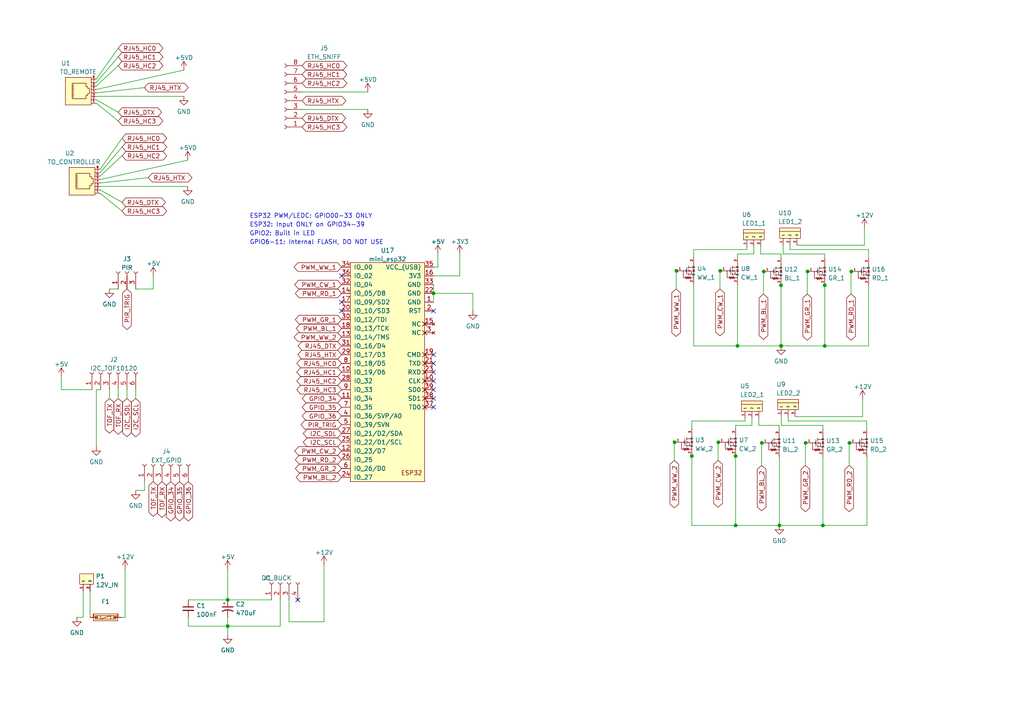
<source format=kicad_sch>
(kicad_sch (version 20211123) (generator eeschema)
  (paper "A4")
  (lib_symbols
    (symbol "Connector:Conn_01x03_Female" (pin_names (offset 1.016) hide)
      (property "Reference" "J" (at 0 5.08 0))
      (property "Value" "Conn_01x03_Female" (at 0 -5.08 0))
      (symbol "Conn_01x03_Female_1_1"
        (pin passive line (at -5.08 2.54 0) (length 3.81) (name "Pin_1") (number "1"))
        (pin passive line (at -5.08 0 0) (length 3.81) (name "Pin_2") (number "2"))
        (pin passive line (at -5.08 -2.54 0) (length 3.81) (name "Pin_3") (number "3"))
      )
    )
    (symbol "Connector:Conn_01x04_Female" (pin_names (offset 1.016) hide)
      (property "Reference" "J1" (at 1.27 3.649 90))
      (property "Value" "DC_BUCK" (at 1.27 1.1121 90))
      (symbol "Conn_01x04_Female_1_1"
        (pin power_out line (at -5.08 2.54 0) (length 3.81) (name "Pin_1") (number "1"))
        (pin passive line (at -5.08 0 0) (length 3.81) (name "Pin_2") (number "2"))
        (pin power_in line (at -5.08 -2.54 0) (length 3.81) (name "Pin_3") (number "3"))
        (pin no_connect line (at -5.08 -5.08 0) (length 3.81) (name "Pin_4") (number "4"))
      )
    )
    (symbol "Connector:Conn_01x06_Female" (pin_names (offset 1.016) hide)
      (property "Reference" "J" (at 0 7.62 0))
      (property "Value" "Conn_01x06_Female" (at 0 -10.16 0))
      (symbol "Conn_01x06_Female_1_1"
        (pin passive line (at -5.08 5.08 0) (length 3.81) (name "Pin_1") (number "1"))
        (pin passive line (at -5.08 2.54 0) (length 3.81) (name "Pin_2") (number "2"))
        (pin passive line (at -5.08 0 0) (length 3.81) (name "Pin_3") (number "3"))
        (pin passive line (at -5.08 -2.54 0) (length 3.81) (name "Pin_4") (number "4"))
        (pin passive line (at -5.08 -5.08 0) (length 3.81) (name "Pin_5") (number "5"))
        (pin passive line (at -5.08 -7.62 0) (length 3.81) (name "Pin_6") (number "6"))
      )
    )
    (symbol "Connector:Conn_01x08_Female" (pin_names (offset 1.016) hide)
      (property "Reference" "J" (at 0 10.16 0))
      (property "Value" "Conn_01x08_Female" (at 0 -12.7 0))
      (symbol "Conn_01x08_Female_1_1"
        (pin passive line (at -5.08 7.62 0) (length 3.81) (name "Pin_1") (number "1"))
        (pin passive line (at -5.08 5.08 0) (length 3.81) (name "Pin_2") (number "2"))
        (pin passive line (at -5.08 2.54 0) (length 3.81) (name "Pin_3") (number "3"))
        (pin passive line (at -5.08 0 0) (length 3.81) (name "Pin_4") (number "4"))
        (pin passive line (at -5.08 -2.54 0) (length 3.81) (name "Pin_5") (number "5"))
        (pin passive line (at -5.08 -5.08 0) (length 3.81) (name "Pin_6") (number "6"))
        (pin passive line (at -5.08 -7.62 0) (length 3.81) (name "Pin_7") (number "7"))
        (pin passive line (at -5.08 -10.16 0) (length 3.81) (name "Pin_8") (number "8"))
      )
    )
    (symbol "DMN1019USN-7_1"
      (property "Reference" "U" (at 0 1.27 0))
      (property "Value" "DMN1019USN-7_1" (at 0 -2.54 0))
      (property "Footprint" "LCSC.fets:DMN1019USN-7" (at 0 -10.16 0))
      (symbol "DMN1019USN-7_1_0_0"
        (pin unspecified line (at -7.5 -5 0) (length 2) (name "G") (number "1"))
        (pin unspecified line (at -2.5 -9 90) (length 2) (name "S") (number "2"))
        (pin unspecified line (at -2.5 -1 270) (length 2) (name "D") (number "3"))
      )
    )
    (symbol "DMN1019USN-7_2"
      (property "Reference" "U" (at 0 1.27 0))
      (property "Value" "DMN1019USN-7_2" (at 0 -2.54 0))
      (property "Footprint" "LCSC.fets:DMN1019USN-7" (at 0 -10.16 0))
      (symbol "DMN1019USN-7_2_0_0"
        (pin unspecified line (at -7.5 -5 0) (length 2) (name "G") (number "1"))
        (pin unspecified line (at -2.5 -9 90) (length 2) (name "S") (number "2"))
        (pin unspecified line (at -2.5 -1 270) (length 2) (name "D") (number "3"))
      )
    )
    (symbol "DMN1019USN-7_3"
      (property "Reference" "U" (at 0 1.27 0))
      (property "Value" "DMN1019USN-7_3" (at 0 -2.54 0))
      (property "Footprint" "LCSC.fets:DMN1019USN-7" (at 0 -10.16 0))
      (symbol "DMN1019USN-7_3_0_0"
        (pin unspecified line (at -7.5 -5 0) (length 2) (name "G") (number "1"))
        (pin unspecified line (at -2.5 -9 90) (length 2) (name "S") (number "2"))
        (pin unspecified line (at -2.5 -1 270) (length 2) (name "D") (number "3"))
      )
    )
    (symbol "DMN1019USN-7_4"
      (property "Reference" "U" (at 0 1.27 0))
      (property "Value" "DMN1019USN-7_4" (at 0 -2.54 0))
      (property "Footprint" "LCSC.fets:DMN1019USN-7" (at 0 -10.16 0))
      (symbol "DMN1019USN-7_4_0_0"
        (pin unspecified line (at -7.5 -5 0) (length 2) (name "G") (number "1"))
        (pin unspecified line (at -2.5 -9 90) (length 2) (name "S") (number "2"))
        (pin unspecified line (at -2.5 -1 270) (length 2) (name "D") (number "3"))
      )
    )
    (symbol "DMN1019USN-7_5"
      (property "Reference" "U" (at 0 1.27 0))
      (property "Value" "DMN1019USN-7_5" (at 0 -2.54 0))
      (property "Footprint" "LCSC.fets:DMN1019USN-7" (at 0 -10.16 0))
      (symbol "DMN1019USN-7_5_0_0"
        (pin unspecified line (at -7.5 -5 0) (length 2) (name "G") (number "1"))
        (pin unspecified line (at -2.5 -9 90) (length 2) (name "S") (number "2"))
        (pin unspecified line (at -2.5 -1 270) (length 2) (name "D") (number "3"))
      )
    )
    (symbol "DMN1019USN-7_6"
      (property "Reference" "U" (at 0 1.27 0))
      (property "Value" "DMN1019USN-7_6" (at 0 -2.54 0))
      (property "Footprint" "LCSC.fets:DMN1019USN-7" (at 0 -10.16 0))
      (symbol "DMN1019USN-7_6_0_0"
        (pin unspecified line (at -7.5 -5 0) (length 2) (name "G") (number "1"))
        (pin unspecified line (at -2.5 -9 90) (length 2) (name "S") (number "2"))
        (pin unspecified line (at -2.5 -1 270) (length 2) (name "D") (number "3"))
      )
    )
    (symbol "DMN1019USN-7_9"
      (property "Reference" "U" (at 0 1.27 0))
      (property "Value" "DMN1019USN-7_9" (at 0 -2.54 0))
      (property "Footprint" "LCSC.fets:DMN1019USN-7" (at 0 -10.16 0))
      (symbol "DMN1019USN-7_9_0_0"
        (pin unspecified line (at -7.5 -5 0) (length 2) (name "G") (number "1"))
        (pin unspecified line (at -2.5 -9 90) (length 2) (name "S") (number "2"))
        (pin unspecified line (at -2.5 -1 270) (length 2) (name "D") (number "3"))
      )
    )
    (symbol "Device:C_Polarized_Small_US" (pin_numbers hide) (pin_names (offset 0.254) hide)
      (property "Reference" "C" (at 0.254 1.778 0))
      (property "Value" "C_Polarized_Small_US" (at 0.254 -2.032 0))
      (symbol "C_Polarized_Small_US_1_1"
        (pin passive line (at 0 2.54 270) (length 2.032) (name "~") (number "1"))
        (pin passive line (at 0 -2.54 90) (length 2.032) (name "~") (number "2"))
      )
    )
    (symbol "Device:C_Small" (pin_numbers hide) (pin_names (offset 0.254) hide)
      (property "Reference" "C" (at 0.254 1.778 0))
      (property "Value" "C_Small" (at 0.254 -2.032 0))
      (symbol "C_Small_1_1"
        (pin passive line (at 0 2.54 270) (length 2.032) (name "~") (number "1"))
        (pin passive line (at 0 -2.54 90) (length 2.032) (name "~") (number "2"))
      )
    )
    (symbol "ESP32_mini:mini_esp32" (pin_names (offset 1.016))
      (property "Reference" "U" (at -7.62 -50.8 0))
      (property "Value" "mini_esp32" (at 5.08 -59.69 0))
      (symbol "mini_esp32_0_0"
        (text "ESP32" (at 7.62 -62.23 0) (effects (font (size 1.27 1.27))))
        (pin power_in line (at 13.97 -12.7 180) (length 2.54) (name "GND") (number "1"))
        (pin input line (at 13.97 -15.24 180) (length 2.54) (name "RST") (number "2"))
        (pin no_connect non_logic (at 13.97 -21.59 180) (length 2.54) (name "NC") (number "3"))
        (pin bidirectional line (at -12.7 -45.72 0) (length 2.54) (name "IO_36/SVP/A0") (number "4"))
        (pin bidirectional line (at -12.7 -48.26 0) (length 2.54) (name "IO_39/SVN") (number "5"))
      )
      (symbol "mini_esp32_1_1"
        (pin bidirectional line (at -12.7 -33.02 0) (length 2.54) (name "IO_19/D6") (number "10"))
        (pin bidirectional line (at -12.7 -40.64 0) (length 2.54) (name "IO_34") (number "11"))
        (pin bidirectional line (at -12.7 -55.88 0) (length 2.54) (name "IO_23/D7") (number "12"))
        (pin bidirectional line (at -12.7 -22.86 0) (length 2.54) (name "IO_14/TMS") (number "13"))
        (pin bidirectional line (at -12.7 -10.16 0) (length 2.54) (name "IO_05/D8") (number "14"))
        (pin no_connect non_logic (at 13.97 -19.05 180) (length 2.54) (name "NC") (number "15"))
        (pin power_in line (at 13.97 -5.08 180) (length 2.54) (name "3V3") (number "16"))
        (pin bidirectional line (at -12.7 -12.7 0) (length 2.54) (name "IO_09/SD2") (number "17"))
        (pin bidirectional line (at -12.7 -20.32 0) (length 2.54) (name "IO_13/TCK") (number "18"))
        (pin passive non_logic (at 13.97 -27.94 180) (length 2.54) (name "CMD") (number "19"))
        (pin bidirectional line (at -12.7 -15.24 0) (length 2.54) (name "IO_10/SD3") (number "20"))
        (pin passive non_logic (at 13.97 -30.48 180) (length 2.54) (name "TXD") (number "21"))
        (pin power_in line (at 13.97 -10.16 180) (length 2.54) (name "GND") (number "22"))
        (pin passive non_logic (at 13.97 -33.02 180) (length 2.54) (name "RXD") (number "23"))
        (pin bidirectional line (at -12.7 -63.5 0) (length 2.54) (name "IO_27") (number "24"))
        (pin bidirectional line (at -12.7 -53.34 0) (length 2.54) (name "IO_22/D1/SCL") (number "25"))
        (pin bidirectional line (at -12.7 -58.42 0) (length 2.54) (name "IO_25") (number "26"))
        (pin bidirectional line (at -12.7 -50.8 0) (length 2.54) (name "IO_21/D2/SDA") (number "27"))
        (pin bidirectional line (at -12.7 -35.56 0) (length 2.54) (name "IO_32") (number "28"))
        (pin bidirectional line (at -12.7 -27.94 0) (length 2.54) (name "IO_17/D3") (number "29"))
        (pin bidirectional line (at -12.7 -17.78 0) (length 2.54) (name "IO_12/TDI") (number "30"))
        (pin bidirectional line (at -12.7 -25.4 0) (length 2.54) (name "IO_16/D4") (number "31"))
        (pin bidirectional line (at -12.7 -7.62 0) (length 2.54) (name "IO_04") (number "32"))
        (pin power_in line (at 13.97 -7.62 180) (length 2.54) (name "GND") (number "33"))
        (pin bidirectional line (at -12.7 -2.54 0) (length 2.54) (name "IO_00") (number "34"))
        (pin power_in line (at 13.97 -2.54 180) (length 2.54) (name "VCC_(USB)") (number "35"))
        (pin bidirectional line (at -12.7 -5.08 0) (length 2.54) (name "IO_02") (number "36"))
        (pin passive non_logic (at 13.97 -43.18 180) (length 2.54) (name "TD0") (number "37"))
        (pin passive non_logic (at 13.97 -40.64 180) (length 2.54) (name "SD1") (number "38"))
        (pin passive non_logic (at 13.97 -38.1 180) (length 2.54) (name "SD0") (number "39"))
        (pin passive non_logic (at 13.97 -35.56 180) (length 2.54) (name "CLK") (number "40"))
        (pin bidirectional line (at -12.7 -60.96 0) (length 2.54) (name "IO_26/D0") (number "6"))
        (pin bidirectional line (at -12.7 -43.18 0) (length 2.54) (name "IO_35") (number "7"))
        (pin bidirectional line (at -12.7 -30.48 0) (length 2.54) (name "IO_18/D5") (number "8"))
        (pin bidirectional line (at -12.7 -38.1 0) (length 2.54) (name "IO_33") (number "9"))
      )
    )
    (symbol "LCSC.connectors:MSTBA2_5_3-G-5_08"
      (property "Reference" "U" (at 0 1.27 0))
      (property "Value" "MSTBA2_5_3-G-5_08" (at 0 -2.54 0))
      (symbol "MSTBA2_5_3-G-5_08_0_0"
        (pin unspecified line (at -3 -4 0) (length 2) (name "1") (number "1"))
        (pin unspecified line (at -3 -6 0) (length 2) (name "2") (number "2"))
        (pin unspecified line (at -3 -8 0) (length 2) (name "3") (number "3"))
      )
    )
    (symbol "LCSC.connectors:R-RJ45R08P-A004" (pin_names hide)
      (property "Reference" "U" (at 0 1.27 0))
      (property "Value" "R-RJ45R08P-A004" (at 0 -2.54 0))
      (symbol "R-RJ45R08P-A004_0_0"
        (pin unspecified line (at -4 -10 90) (length 1.5) (name "1") (number "1"))
        (pin unspecified line (at -3 -10 90) (length 1.5) (name "2") (number "2"))
        (pin unspecified line (at -2 -10 90) (length 1.5) (name "3") (number "3"))
        (pin unspecified line (at -1 -10 90) (length 1.5) (name "4") (number "4"))
        (pin unspecified line (at 0 -10 90) (length 1.5) (name "5") (number "5"))
        (pin unspecified line (at 1 -10 90) (length 1.5) (name "6") (number "6"))
        (pin unspecified line (at 2 -10 90) (length 1.5) (name "7") (number "7"))
        (pin unspecified line (at 3 -10 90) (length 1.5) (name "8") (number "8"))
      )
    )
    (symbol "LCSC.connectors:WJ129V-5_00-2P"
      (property "Reference" "P" (at 0 1.27 0))
      (property "Value" "WJ129V-5_00-2P" (at 0 -2.54 0))
      (symbol "WJ129V-5_00-2P_0_0"
        (pin unspecified line (at -44 22 90) (length 2) (name "1") (number "1"))
        (pin unspecified line (at -42 22 90) (length 2) (name "2") (number "2"))
      )
    )
    (symbol "LCSC.fets:DMN1019USN-7"
      (property "Reference" "U" (at 0 1.27 0))
      (property "Value" "DMN1019USN-7" (at 0 -2.54 0))
      (property "Footprint" "LCSC.fets:DMN1019USN-7" (at 0 -10.16 0))
      (symbol "DMN1019USN-7_0_0"
        (pin unspecified line (at -7.5 -5 0) (length 2) (name "G") (number "1"))
        (pin unspecified line (at -2.5 -9 90) (length 2) (name "S") (number "2"))
        (pin unspecified line (at -2.5 -1 270) (length 2) (name "D") (number "3"))
      )
    )
    (symbol "LCSC.fuses:5x20_BLX-Atype_Fuse_holder_XC-7" (pin_names hide)
      (property "Reference" "F" (at 0 1.27 0))
      (property "Value" "5x20_BLX-Atype_Fuse_holder_XC-7" (at 0 -2.54 0))
      (symbol "5x20_BLX-Atype_Fuse_holder_XC-7_0_0"
        (pin unspecified line (at -3.36 -6.75 0) (length 2) (name "1") (number "1"))
        (pin unspecified line (at 5.64 -6.75 180) (length 2) (name "2") (number "2"))
      )
    )
    (symbol "power:+12V" (power) (pin_names (offset 0))
      (property "Value" "+12V" (at 0 3.556 0))
      (symbol "+12V_1_1"
        (pin power_in line (at 0 0 90) (length 0) hide (name "+12V") (number "1"))
      )
    )
    (symbol "power:+3V3" (power) (pin_names (offset 0))
      (property "Value" "+3V3" (at 0 3.556 0))
      (symbol "+3V3_1_1"
        (pin power_in line (at 0 0 90) (length 0) hide (name "+3V3") (number "1"))
      )
    )
    (symbol "power:+5V" (power) (pin_names (offset 0))
      (property "Value" "+5V" (at 0 3.556 0))
      (symbol "+5V_1_1"
        (pin power_in line (at 0 0 90) (length 0) hide (name "+5V") (number "1"))
      )
    )
    (symbol "power:+5VD" (power) (pin_names (offset 0))
      (property "Value" "+5VD" (at 0 3.556 0))
      (symbol "+5VD_1_1"
        (pin power_in line (at 0 0 90) (length 0) hide (name "+5VD") (number "1"))
      )
    )
    (symbol "power:GND" (power) (pin_names (offset 0))
      (property "Value" "GND" (at 0 -3.81 0))
      (symbol "GND_1_1"
        (pin power_in line (at 0 0 270) (length 0) hide (name "GND") (number "1"))
      )
    )
  )
  (junction (at 195.66 128.27))
  (junction (at 213.9 100.33))
  (junction (at 226.06 152.4))
  (junction (at 239.22 82.74))
  (junction (at 66.04 181.61))
  (junction (at 208.9 78.55))
  (junction (at 220.98 128.46))
  (junction (at 213.36 152.4))
  (junction (at 226.5603 100.33))
  (junction (at 213.36 132.27))
  (junction (at 246.92 78.74))
  (junction (at 208.36 128.27))
  (junction (at 66.04 173.99))
  (junction (at 234.22 78.74))
  (junction (at 238.68 152.4))
  (junction (at 200.66 132.27))
  (junction (at 226.52 82.74))
  (junction (at 226.52 100.33))
  (junction (at 239.22 100.33))
  (junction (at 233.68 128.46))
  (junction (at 221.52 78.74))
  (junction (at 125.73 85.09))
  (junction (at 246.38 128.46))
  (junction (at 196.2 78.55))
  (no_connect (at 99.06 87.63))
  (no_connect (at 99.06 90.17))
  (no_connect (at 86.36 173.99))
  (no_connect (at 125.73 110.49))
  (no_connect (at 125.73 113.03))
  (no_connect (at 125.73 115.57))
  (no_connect (at 125.73 118.11))
  (no_connect (at 125.73 90.17))
  (no_connect (at 125.73 102.87))
  (no_connect (at 125.73 105.41))
  (no_connect (at 125.73 107.95))
  (no_connect (at 99.06 80.01))
  (wire (pts (xy 41.91 25.4) (xy 27.94 26.94)))
  (wire (pts (xy 66.04 184.15) (xy 66.04 181.61)))
  (wire (pts (xy 226.06 132.08) (xy 226.06 152.4)))
  (wire (pts (xy 35.3802 61.2103) (xy 29.05 56.07)))
  (wire (pts (xy 213.36 124.27) (xy 213.36 123.38)))
  (wire (pts (xy 220.63 73.6506) (xy 226.52 73.6506)))
  (wire (pts (xy 208.28 128.27) (xy 208.36 128.27)))
  (wire (pts (xy 246.84 78.74) (xy 246.92 78.74)))
  (wire (pts (xy 125.73 85.09) (xy 137.16 85.09)))
  (wire (pts (xy 93.98 163.83) (xy 93.98 180.34)))
  (wire (pts (xy 22.32 179.07) (xy 24.13 179.07)))
  (wire (pts (xy 137.16 85.09) (xy 137.16 90.17)))
  (wire (pts (xy 24.13 179.07) (xy 24.13 171.45)))
  (wire (pts (xy 234.14 78.74) (xy 234.22 78.74)))
  (wire (pts (xy 66.04 173.99) (xy 78.74 173.99)))
  (wire (pts (xy 36.83 115.57) (xy 36.83 113.03)))
  (wire (pts (xy 208.28 133.54) (xy 208.28 128.27)))
  (wire (pts (xy 218.63 73.66) (xy 218.63 71.58)))
  (wire (pts (xy 54.61 181.61) (xy 66.04 181.61)))
  (wire (pts (xy 251.92 82.74) (xy 251.92 100.33)))
  (wire (pts (xy 83.82 180.34) (xy 93.98 180.34)))
  (wire (pts (xy 251.92 72.39) (xy 251.92 74.74)))
  (wire (pts (xy 200.66 152.4) (xy 213.36 152.4)))
  (wire (pts (xy 221.44 85.28) (xy 221.44 78.74)))
  (wire (pts (xy 27.94 129.54) (xy 27.94 113.03)))
  (wire (pts (xy 201.2 100.33) (xy 213.9 100.33)))
  (wire (pts (xy 227.14 71.12) (xy 227.14 73.66)))
  (wire (pts (xy 234.14 85.28) (xy 234.14 78.74)))
  (wire (pts (xy 246.3 128.46) (xy 246.38 128.46)))
  (wire (pts (xy 66.04 179.07) (xy 66.04 181.61)))
  (wire (pts (xy 226.6 123.38) (xy 238.68 123.38)))
  (wire (pts (xy 213.36 123.38) (xy 218.09 123.38)))
  (wire (pts (xy 35.4 40.1) (xy 29.05 49.07)))
  (wire (pts (xy 39.37 115.57) (xy 39.37 113.03)))
  (wire (pts (xy 26.13 171.45) (xy 26.13 179.07)))
  (wire (pts (xy 226.6 120.84) (xy 226.6 123.38)))
  (wire (pts (xy 53.34 20.32) (xy 27.94 25.94)))
  (wire (pts (xy 54.45 46.45) (xy 29.05 52.07)))
  (wire (pts (xy 239.22 73.66) (xy 239.22 74.74)))
  (wire (pts (xy 201.2 72.39) (xy 216.63 72.39)))
  (wire (pts (xy 35.4 45.18) (xy 29.05 51.07)))
  (wire (pts (xy 36.29 165.1) (xy 36.29 179.07)))
  (wire (pts (xy 125.73 80.01) (xy 133.35 80.01)))
  (wire (pts (xy 34.2702 32.5403) (xy 27.94 28.94)))
  (wire (pts (xy 54.61 179.07) (xy 54.61 181.61)))
  (wire (pts (xy 246.3 135) (xy 246.3 128.46)))
  (wire (pts (xy 213.36 152.4) (xy 226.06 152.4)))
  (wire (pts (xy 216.09 121.3) (xy 216.09 122.11)))
  (wire (pts (xy 54.61 173.99) (xy 66.04 173.99)))
  (wire (pts (xy 228.6 120.84) (xy 228.6 122.11)))
  (wire (pts (xy 29.05 54.07) (xy 54.45 54.07)))
  (wire (pts (xy 238.68 123.38) (xy 238.68 124.46)))
  (wire (pts (xy 221.44 78.74) (xy 221.52 78.74)))
  (wire (pts (xy 239.22 82.55) (xy 239.22 82.74)))
  (wire (pts (xy 208.82 83.82) (xy 208.82 78.55)))
  (wire (pts (xy 231.14 71.12) (xy 250.73 71.12)))
  (wire (pts (xy 213.9 73.66) (xy 218.63 73.66)))
  (wire (pts (xy 220.63 71.58) (xy 220.63 73.6506)))
  (wire (pts (xy 229.14 71.12) (xy 229.14 72.39)))
  (wire (pts (xy 239.22 82.74) (xy 239.22 100.33)))
  (wire (pts (xy 125.73 85.09) (xy 125.73 87.63)))
  (wire (pts (xy 17.78 109.22) (xy 17.78 113.03)))
  (wire (pts (xy 44.45 83.82) (xy 39.37 83.82)))
  (wire (pts (xy 35.13 179.07) (xy 36.29 179.07)))
  (wire (pts (xy 225.98 123.3706) (xy 225.98 124.46)))
  (wire (pts (xy 251.46 132.08) (xy 251.46 152.4)))
  (wire (pts (xy 226.52 100.33) (xy 226.5603 100.33)))
  (wire (pts (xy 250.19 120.84) (xy 250.19 115.76)))
  (wire (pts (xy 200.66 124.27) (xy 200.66 122.11)))
  (wire (pts (xy 220.09 123.3706) (xy 225.98 123.3706)))
  (wire (pts (xy 226.52 73.6506) (xy 226.52 74.74)))
  (wire (pts (xy 87.63 31.75) (xy 106.68 31.75)))
  (wire (pts (xy 228.6 122.11) (xy 251.38 122.11)))
  (wire (pts (xy 226.52 82.74) (xy 226.52 100.33)))
  (wire (pts (xy 34.29 19.05) (xy 27.94 24.94)))
  (wire (pts (xy 233.6 135) (xy 233.6 128.46)))
  (wire (pts (xy 125.73 77.47) (xy 127 77.47)))
  (wire (pts (xy 44.45 80.01) (xy 44.45 83.82)))
  (wire (pts (xy 226.52 82.55) (xy 226.52 82.74)))
  (wire (pts (xy 216.63 71.58) (xy 216.63 72.39)))
  (wire (pts (xy 220.9 128.46) (xy 220.98 128.46)))
  (wire (pts (xy 195.58 133.54) (xy 195.58 128.27)))
  (wire (pts (xy 39.37 142.24) (xy 41.91 142.24)))
  (wire (pts (xy 195.58 128.27) (xy 195.66 128.27)))
  (wire (pts (xy 133.35 80.01) (xy 133.35 73.66)))
  (wire (pts (xy 226.5603 100.33) (xy 239.22 100.33)))
  (wire (pts (xy 83.82 173.99) (xy 83.82 180.34)))
  (wire (pts (xy 227.14 73.66) (xy 239.22 73.66)))
  (wire (pts (xy 220.9 135) (xy 220.9 128.46)))
  (wire (pts (xy 200.66 132.08) (xy 200.66 132.27)))
  (wire (pts (xy 34.29 16.51) (xy 27.94 23.94)))
  (wire (pts (xy 66.04 165.1) (xy 66.04 173.99)))
  (wire (pts (xy 196.12 78.55) (xy 196.2 78.55)))
  (wire (pts (xy 200.66 132.27) (xy 200.66 152.4)))
  (wire (pts (xy 35.4 42.64) (xy 29.05 50.07)))
  (wire (pts (xy 226.06 152.4) (xy 238.68 152.4)))
  (wire (pts (xy 213.36 132.27) (xy 213.36 152.4)))
  (wire (pts (xy 43.02 51.53) (xy 29.05 53.07)))
  (wire (pts (xy 233.6 128.46) (xy 233.68 128.46)))
  (wire (pts (xy 251.92 100.33) (xy 239.22 100.33)))
  (wire (pts (xy 213.9 82.55) (xy 213.9 100.33)))
  (wire (pts (xy 238.68 152.4) (xy 251.46 152.4)))
  (wire (pts (xy 213.9 74.55) (xy 213.9 73.66)))
  (wire (pts (xy 27.94 27.94) (xy 53.34 27.94)))
  (wire (pts (xy 27.94 113.03) (xy 29.21 113.03)))
  (wire (pts (xy 81.28 173.99) (xy 81.28 181.61)))
  (wire (pts (xy 201.2 74.55) (xy 201.2 72.39)))
  (wire (pts (xy 34.2702 35.0803) (xy 27.94 29.94)))
  (wire (pts (xy 31.75 115.57) (xy 31.75 113.03)))
  (wire (pts (xy 41.91 142.24) (xy 41.91 139.7)))
  (wire (pts (xy 246.84 85.28) (xy 246.84 78.74)))
  (wire (pts (xy 213.36 132.08) (xy 213.36 132.27)))
  (wire (pts (xy 208.82 78.55) (xy 208.9 78.55)))
  (wire (pts (xy 17.78 113.03) (xy 26.67 113.03)))
  (wire (pts (xy 87.63 26.67) (xy 106.68 26.67)))
  (wire (pts (xy 251.38 122.11) (xy 251.38 124.46)))
  (wire (pts (xy 35.3802 58.6703) (xy 29.05 55.07)))
  (wire (pts (xy 229.14 72.39) (xy 251.92 72.39)))
  (wire (pts (xy 31.75 83.82) (xy 34.29 83.82)))
  (wire (pts (xy 218.09 123.38) (xy 218.09 121.3)))
  (wire (pts (xy 34.29 13.97) (xy 27.94 22.94)))
  (wire (pts (xy 230.6 120.84) (xy 250.19 120.84)))
  (wire (pts (xy 196.12 83.82) (xy 196.12 78.55)))
  (wire (pts (xy 200.66 122.11) (xy 216.09 122.11)))
  (wire (pts (xy 127 77.47) (xy 127 73.66)))
  (wire (pts (xy 34.29 115.57) (xy 34.29 113.03)))
  (wire (pts (xy 81.28 181.61) (xy 66.04 181.61)))
  (wire (pts (xy 238.68 132.46) (xy 238.68 152.4)))
  (wire (pts (xy 250.73 71.12) (xy 250.73 66.04)))
  (wire (pts (xy 220.09 121.3) (xy 220.09 123.3706)))
  (wire (pts (xy 213.9 100.33) (xy 226.52 100.33)))
  (wire (pts (xy 125.73 82.55) (xy 125.73 85.09)))
  (wire (pts (xy 201.2 82.55) (xy 201.2 100.33)))
  (text "ESP32 PWM/LEDC: GPIO00-33 ONLY " (at 72.39 63.5 0) (effects (font (size 1.27 1.27)) (justify left bottom)))
  (text "ESP32: Input ONLY on GPIO34-39" (at 72.39 66.04 0) (effects (font (size 1.27 1.27)) (justify left bottom)))
  (text "GPIO2: Built in LED" (at 72.39 68.58 0) (effects (font (size 1.27 1.27)) (justify left bottom)))
  (text "GPIO6-11: Internal FLASH, DO NOT USE" (at 72.39 71.12 0) (effects (font (size 1.27 1.27)) (justify left bottom)))
  (global_label "RJ45_DTX" (shape bidirectional) (at 87.63 34.29 0) (property "Intersheet References" "${INTERSHEET_REFS}" (effects hide)))
  (global_label "RJ45_HC0" (shape bidirectional) (at 99.06 105.41 180) (property "Intersheet References" "${INTERSHEET_REFS}" (effects hide)))
  (global_label "PIR_TRIG" (shape bidirectional) (at 36.83 83.82 270) (property "Intersheet References" "${INTERSHEET_REFS}" (effects hide)))
  (global_label "RJ45_HTX" (shape bidirectional) (at 99.06 102.87 180) (property "Intersheet References" "${INTERSHEET_REFS}" (effects hide)))
  (global_label "I2C_SCL" (shape bidirectional) (at 99.06 128.27 180) (property "Intersheet References" "${INTERSHEET_REFS}" (effects hide)))
  (global_label "GPIO_36" (shape bidirectional) (at 99.06 120.65 180) (property "Intersheet References" "${INTERSHEET_REFS}" (effects hide)))
  (global_label "PWM_WW_2" (shape bidirectional) (at 195.58 133.54 270) (property "Intersheet References" "${INTERSHEET_REFS}" (effects hide)))
  (global_label "RJ45_HC2" (shape bidirectional) (at 87.63 24.13 0) (property "Intersheet References" "${INTERSHEET_REFS}" (effects hide)))
  (global_label "RJ45_DTX" (shape bidirectional) (at 99.06 100.33 180) (property "Intersheet References" "${INTERSHEET_REFS}" (effects hide)))
  (global_label "RJ45_HC1" (shape bidirectional) (at 34.29 16.51 0) (property "Intersheet References" "${INTERSHEET_REFS}" (effects hide)))
  (global_label "RJ45_HTX" (shape bidirectional) (at 43.02 51.53 0) (property "Intersheet References" "${INTERSHEET_REFS}" (effects hide)))
  (global_label "RJ45_DTX" (shape bidirectional) (at 34.2702 32.5403 0) (property "Intersheet References" "${INTERSHEET_REFS}" (effects hide)))
  (global_label "RJ45_HC1" (shape bidirectional) (at 99.06 107.95 180) (property "Intersheet References" "${INTERSHEET_REFS}" (effects hide)))
  (global_label "PWM_CW_2" (shape bidirectional) (at 99.06 130.81 180) (property "Intersheet References" "${INTERSHEET_REFS}" (effects hide)))
  (global_label "RJ45_HTX" (shape bidirectional) (at 41.91 25.4 0) (property "Intersheet References" "${INTERSHEET_REFS}" (effects hide)))
  (global_label "RJ45_DTX" (shape bidirectional) (at 35.3802 58.6703 0) (property "Intersheet References" "${INTERSHEET_REFS}" (effects hide)))
  (global_label "RJ45_HC1" (shape bidirectional) (at 87.63 21.59 0) (property "Intersheet References" "${INTERSHEET_REFS}" (effects hide)))
  (global_label "TOF_TX" (shape bidirectional) (at 44.45 139.7 270) (property "Intersheet References" "${INTERSHEET_REFS}" (effects hide)))
  (global_label "PWM_CW_1" (shape bidirectional) (at 208.82 83.82 270) (property "Intersheet References" "${INTERSHEET_REFS}" (effects hide)))
  (global_label "PWM_WW_1" (shape bidirectional) (at 99.06 77.47 180) (property "Intersheet References" "${INTERSHEET_REFS}" (effects hide)))
  (global_label "PWM_GR_2" (shape bidirectional) (at 233.6 135 270) (property "Intersheet References" "${INTERSHEET_REFS}" (effects hide)))
  (global_label "PWM_WW_1" (shape bidirectional) (at 196.12 83.82 270) (property "Intersheet References" "${INTERSHEET_REFS}" (effects hide)))
  (global_label "RJ45_HC2" (shape bidirectional) (at 35.4 45.18 0) (property "Intersheet References" "${INTERSHEET_REFS}" (effects hide)))
  (global_label "TOF_RX" (shape bidirectional) (at 34.29 115.57 270) (property "Intersheet References" "${INTERSHEET_REFS}" (effects hide)))
  (global_label "PWM_GR_1" (shape bidirectional) (at 234.14 85.28 270) (property "Intersheet References" "${INTERSHEET_REFS}" (effects hide)))
  (global_label "I2C_SDL" (shape bidirectional) (at 36.83 115.57 270) (property "Intersheet References" "${INTERSHEET_REFS}" (effects hide)))
  (global_label "GPIO_35" (shape bidirectional) (at 52.07 139.7 270) (property "Intersheet References" "${INTERSHEET_REFS}" (effects hide)))
  (global_label "PWM_BL_1" (shape bidirectional) (at 221.44 85.28 270) (property "Intersheet References" "${INTERSHEET_REFS}" (effects hide)))
  (global_label "PWM_BL_1" (shape bidirectional) (at 99.06 95.25 180) (property "Intersheet References" "${INTERSHEET_REFS}" (effects hide)))
  (global_label "I2C_SCL" (shape bidirectional) (at 39.37 115.57 270) (property "Intersheet References" "${INTERSHEET_REFS}" (effects hide)))
  (global_label "GPIO_35" (shape bidirectional) (at 99.06 118.11 180) (property "Intersheet References" "${INTERSHEET_REFS}" (effects hide)))
  (global_label "PWM_RD_1" (shape bidirectional) (at 246.84 85.28 270) (property "Intersheet References" "${INTERSHEET_REFS}" (effects hide)))
  (global_label "PWM_GR_2" (shape bidirectional) (at 99.06 135.89 180) (property "Intersheet References" "${INTERSHEET_REFS}" (effects hide)))
  (global_label "RJ45_HC3" (shape bidirectional) (at 87.63 36.83 0) (property "Intersheet References" "${INTERSHEET_REFS}" (effects hide)))
  (global_label "TOF_TX" (shape bidirectional) (at 31.75 115.57 270) (property "Intersheet References" "${INTERSHEET_REFS}" (effects hide)))
  (global_label "PWM_WW_2" (shape bidirectional) (at 99.06 97.79 180) (property "Intersheet References" "${INTERSHEET_REFS}" (effects hide)))
  (global_label "PWM_RD_1" (shape bidirectional) (at 99.06 85.09 180) (property "Intersheet References" "${INTERSHEET_REFS}" (effects hide)))
  (global_label "RJ45_HC1" (shape bidirectional) (at 35.4 42.64 0) (property "Intersheet References" "${INTERSHEET_REFS}" (effects hide)))
  (global_label "PWM_RD_2" (shape bidirectional) (at 246.3 135 270) (property "Intersheet References" "${INTERSHEET_REFS}" (effects hide)))
  (global_label "RJ45_HC0" (shape bidirectional) (at 35.4 40.1 0) (property "Intersheet References" "${INTERSHEET_REFS}" (effects hide)))
  (global_label "RJ45_HC2" (shape bidirectional) (at 34.29 19.05 0) (property "Intersheet References" "${INTERSHEET_REFS}" (effects hide)))
  (global_label "GPIO_34" (shape bidirectional) (at 99.06 115.57 180) (property "Intersheet References" "${INTERSHEET_REFS}" (effects hide)))
  (global_label "GPIO_34" (shape bidirectional) (at 49.53 139.7 270) (property "Intersheet References" "${INTERSHEET_REFS}" (effects hide)))
  (global_label "PWM_BL_2" (shape bidirectional) (at 99.06 138.43 180) (property "Intersheet References" "${INTERSHEET_REFS}" (effects hide)))
  (global_label "GPIO_36" (shape bidirectional) (at 54.61 139.7 270) (property "Intersheet References" "${INTERSHEET_REFS}" (effects hide)))
  (global_label "TOF_RX" (shape bidirectional) (at 46.99 139.7 270) (property "Intersheet References" "${INTERSHEET_REFS}" (effects hide)))
  (global_label "RJ45_HTX" (shape bidirectional) (at 87.63 29.21 0) (property "Intersheet References" "${INTERSHEET_REFS}" (effects hide)))
  (global_label "RJ45_HC3" (shape bidirectional) (at 35.3802 61.2103 0) (property "Intersheet References" "${INTERSHEET_REFS}" (effects hide)))
  (global_label "PWM_CW_2" (shape bidirectional) (at 208.28 133.54 270) (property "Intersheet References" "${INTERSHEET_REFS}" (effects hide)))
  (global_label "I2C_SDL" (shape bidirectional) (at 99.06 125.73 180) (property "Intersheet References" "${INTERSHEET_REFS}" (effects hide)))
  (global_label "RJ45_HC0" (shape bidirectional) (at 87.63 19.05 0) (property "Intersheet References" "${INTERSHEET_REFS}" (effects hide)))
  (global_label "PWM_CW_1" (shape bidirectional) (at 99.06 82.55 180) (property "Intersheet References" "${INTERSHEET_REFS}" (effects hide)))
  (global_label "PIR_TRIG" (shape bidirectional) (at 99.06 123.19 180) (property "Intersheet References" "${INTERSHEET_REFS}" (effects hide)))
  (global_label "RJ45_HC0" (shape bidirectional) (at 34.29 13.97 0) (property "Intersheet References" "${INTERSHEET_REFS}" (effects hide)))
  (global_label "PWM_GR_1" (shape bidirectional) (at 99.06 92.71 180) (property "Intersheet References" "${INTERSHEET_REFS}" (effects hide)))
  (global_label "PWM_RD_2" (shape bidirectional) (at 99.06 133.35 180) (property "Intersheet References" "${INTERSHEET_REFS}" (effects hide)))
  (global_label "RJ45_HC2" (shape bidirectional) (at 99.06 110.49 180) (property "Intersheet References" "${INTERSHEET_REFS}" (effects hide)))
  (global_label "RJ45_HC3" (shape bidirectional) (at 99.06 113.03 180) (property "Intersheet References" "${INTERSHEET_REFS}" (effects hide)))
  (global_label "PWM_BL_2" (shape bidirectional) (at 220.9 135 270) (property "Intersheet References" "${INTERSHEET_REFS}" (effects hide)))
  (global_label "RJ45_HC3" (shape bidirectional) (at 34.2702 35.0803 0) (property "Intersheet References" "${INTERSHEET_REFS}" (effects hide)))
  (symbol (lib_id "LCSC.fets:DMN1019USN-7") (at 203.7 73.55 0) (unit 1)
    (property "Reference" "U4" (at 202.135 77.9153 0) (effects (justify left)))
    (property "Value" "WW_1" (at 202.135 80.4522 0) (effects (justify left)))
    (property "Footprint" "LCSC.fets:DMN1019USN-7" (effects hide))
    (property "Datasheet" "https://datasheet.lcsc.com/lcsc/1811122014_Diodes-Incorporated-DMN1019USN-7_C145103.pdf" (effects hide))
  )
  (symbol (lib_id "Device:C_Polarized_Small_US") (at 66.04 176.53 0) (unit 1)
    (property "Reference" "C2" (at 68.3514 175.2635 0) (effects (justify left)))
    (property "Value" "470uF" (at 68.3514 177.8004 0) (effects (justify left)))
    (property "Footprint" "Capacitor_THT:C_Radial_D8.0mm_H11.5mm_P3.50mm" (effects hide))
    (property "Datasheet" "LCSC:C89780" (effects hide))
  )
  (symbol (lib_id "power:+5V") (at 44.45 80.01 0) (unit 1)
    (property "Reference" "#PWR0117" (effects hide))
    (property "Value" "+5V" (at 44.45 76.4342 0))
  )
  (symbol (lib_id "power:GND") (at 137.16 90.17 0) (unit 1)
    (property "Reference" "#PWR0114" (effects hide))
    (property "Value" "GND" (at 137.16 94.6134 0))
  )
  (symbol (lib_id "power:GND") (at 106.68 31.75 0) (unit 1)
    (property "Reference" "#PWR07" (effects hide))
    (property "Value" "GND" (at 106.68 36.1934 0))
  )
  (symbol (lib_id "power:+12V") (at 250.73 66.04 0) (unit 1)
    (property "Reference" "#PWR0113" (effects hide))
    (property "Value" "+12V" (at 250.73 62.4642 0))
  )
  (symbol (lib_name "DMN1019USN-7_6") (lib_id "LCSC.fets:DMN1019USN-7") (at 254.42 73.74 0) (unit 1)
    (property "Reference" "U16" (at 252.855 78.1053 0) (effects (justify left)))
    (property "Value" "RD_1" (at 252.855 80.6422 0) (effects (justify left)))
    (property "Footprint" "LCSC.fets:DMN1019USN-7" (effects hide))
    (property "Datasheet" "https://datasheet.lcsc.com/lcsc/1811122014_Diodes-Incorporated-DMN1019USN-7_C145103.pdf" (effects hide))
  )
  (symbol (lib_id "power:+5V") (at 127 73.66 0) (unit 1)
    (property "Reference" "#PWR0111" (effects hide))
    (property "Value" "+5V" (at 127 70.0842 0))
  )
  (symbol (lib_id "LCSC.connectors:R-RJ45R08P-A004") (at 19.05 52.07 90) (unit 1)
    (property "Reference" "U2" (at 21.59 44.45 90) (effects (justify left)))
    (property "Value" "TO_CONTROLLER" (at 29.21 46.99 90) (effects (justify left)))
    (property "Footprint" "LCSC.connectors:R-RJ45R08P-A004" (effects hide))
    (property "Datasheet" "https://datasheet.lcsc.com/lcsc/2101272133_Ckmtw-Shenzhen-Cankemeng-R-RJ45R08P-A004_C385834.pdf" (effects hide))
  )
  (symbol (lib_id "ESP32_mini:mini_esp32") (at 111.76 74.93 0) (unit 1)
    (property "Reference" "U17" (at 112.395 72.6272 0))
    (property "Value" "mini_esp32" (at 112.395 75.1641 0))
    (property "Footprint" "ESP32_mini:ESP32_mini" (effects hide))
  )
  (symbol (lib_id "LCSC.fets:DMN1019USN-7") (at 216.4 73.55 0) (unit 1)
    (property "Reference" "U8" (at 214.835 77.9153 0) (effects (justify left)))
    (property "Value" "CW_1" (at 214.835 80.4522 0) (effects (justify left)))
    (property "Footprint" "LCSC.fets:DMN1019USN-7" (effects hide))
    (property "Datasheet" "https://datasheet.lcsc.com/lcsc/1811122014_Diodes-Incorporated-DMN1019USN-7_C145103.pdf" (effects hide))
  )
  (symbol (lib_id "power:+5VD") (at 54.45 46.45 0) (unit 1)
    (property "Reference" "#PWR0110" (effects hide))
    (property "Value" "+5VD" (at 54.45 42.8742 0))
  )
  (symbol (lib_id "power:GND") (at 39.37 142.24 0) (unit 1)
    (property "Reference" "#PWR04" (effects hide))
    (property "Value" "GND" (at 39.37 146.6834 0))
  )
  (symbol (lib_id "power:+12V") (at 36.29 165.1 0) (unit 1)
    (property "Reference" "#PWR0104" (effects hide))
    (property "Value" "+12V" (at 36.29 161.5242 0))
  )
  (symbol (lib_id "LCSC.connectors:MSTBA2_5_3-G-5_08") (at 212.63 68.58 90) (unit 1)
    (property "Reference" "U6" (at 215.17 62.23 90) (effects (justify right)))
    (property "Value" "LED1_1" (at 215.17 64.77 90) (effects (justify right)))
    (property "Footprint" "LCSC.connectors:1757255" (effects hide))
    (property "Datasheet" "https://datasheet.lcsc.com/lcsc/1811141531_Phoenix-Contact-1757255_C92141.pdf" (effects hide))
  )
  (symbol (lib_id "power:GND") (at 54.45 54.07 0) (unit 1)
    (property "Reference" "#PWR0108" (effects hide))
    (property "Value" "GND" (at 54.45 58.5134 0))
  )
  (symbol (lib_id "power:+12V") (at 250.19 115.76 0) (unit 1)
    (property "Reference" "#PWR0112" (effects hide))
    (property "Value" "+12V" (at 250.19 112.1842 0))
  )
  (symbol (lib_id "power:+5VD") (at 53.34 20.32 0) (unit 1)
    (property "Reference" "#PWR0106" (effects hide))
    (property "Value" "+5VD" (at 53.34 16.7442 0))
  )
  (symbol (lib_id "power:+3V3") (at 133.35 73.66 0) (unit 1)
    (property "Reference" "#PWR0107" (effects hide))
    (property "Value" "+3V3" (at 133.35 70.0842 0))
  )
  (symbol (lib_id "power:+5V") (at 66.04 165.1 0) (unit 1)
    (property "Reference" "#PWR?" (effects hide))
    (property "Value" "+5V" (at 66.04 161.5242 0))
  )
  (symbol (lib_id "Device:C_Small") (at 54.61 176.53 0) (unit 1)
    (property "Reference" "C1" (at 56.9341 175.7016 0) (effects (justify left)))
    (property "Value" "100nF" (at 56.9341 178.2385 0) (effects (justify left)))
    (property "Footprint" "Capacitor_SMD:C_0805_2012Metric" (effects hide))
    (property "Datasheet" "LCSC:C28233" (effects hide))
  )
  (symbol (lib_id "Connector:Conn_01x08_Female") (at 82.55 29.21 180) (unit 1)
    (property "Reference" "J5" (at 93.98 13.97 0))
    (property "Value" "ETH_SNIFF" (at 93.98 16.51 0))
    (property "Footprint" "Connector_PinSocket_2.54mm:PinSocket_1x08_P2.54mm_Vertical" (effects hide))
  )
  (symbol (lib_id "LCSC.connectors:MSTBA2_5_3-G-5_08") (at 223.14 68.12 90) (unit 1)
    (property "Reference" "U10" (at 225.68 61.77 90) (effects (justify right)))
    (property "Value" "LED1_2" (at 225.68 64.31 90) (effects (justify right)))
    (property "Footprint" "LCSC.connectors:1757255" (effects hide))
    (property "Datasheet" "https://datasheet.lcsc.com/lcsc/1811141531_Phoenix-Contact-1757255_C92141.pdf" (effects hide))
  )
  (symbol (lib_id "LCSC.fets:DMN1019USN-7") (at 241.72 73.74 0) (unit 1)
    (property "Reference" "U14" (at 240.155 78.1053 0) (effects (justify left)))
    (property "Value" "GR_1" (at 240.155 80.6422 0) (effects (justify left)))
    (property "Footprint" "LCSC.fets:DMN1019USN-7" (effects hide))
    (property "Datasheet" "https://datasheet.lcsc.com/lcsc/1811122014_Diodes-Incorporated-DMN1019USN-7_C145103.pdf" (effects hide))
  )
  (symbol (lib_id "Connector:Conn_01x06_Female") (at 46.99 134.62 90) (unit 1)
    (property "Reference" "J4" (at 48.26 130.971 90))
    (property "Value" "EXT_GPIO" (at 48.26 133.5079 90))
    (property "Footprint" "Connector_PinSocket_2.54mm:PinSocket_1x06_P2.54mm_Vertical" (effects hide))
  )
  (symbol (lib_id "LCSC.fuses:5x20_BLX-Atype_Fuse_holder_XC-7") (at 29.49 172.32 0) (unit 1)
    (property "Reference" "F1" (at 30.63 174.4972 0))
    (property "Value" "5x20_BLX-Atype_Fuse_holder_XC-7" (effects hide))
    (property "Footprint" "LCSC.fuses:C3131" (effects hide))
    (property "Datasheet" "https://datasheet.lcsc.com/lcsc/1811061209_Xucheng-Elec-C3131_C3131.pdf" (effects hide))
  )
  (symbol (lib_id "power:GND") (at 31.75 83.82 0) (unit 1)
    (property "Reference" "#PWR05" (effects hide))
    (property "Value" "GND" (at 31.75 88.2634 0))
  )
  (symbol (lib_id "Connector:Conn_01x06_Female") (at 31.75 107.95 90) (unit 1)
    (property "Reference" "J2" (at 33.02 104.301 90))
    (property "Value" "I2C_TOF10120" (at 33.02 106.8379 90))
    (property "Footprint" "Connector_PinSocket_2.54mm:PinSocket_1x06_P2.54mm_Vertical" (effects hide))
  )
  (symbol (lib_name "DMN1019USN-7_5") (lib_id "LCSC.fets:DMN1019USN-7") (at 253.88 123.46 0) (unit 1)
    (property "Reference" "U15" (at 252.315 127.8253 0) (effects (justify left)))
    (property "Value" "RD_2" (at 252.315 130.3622 0) (effects (justify left)))
    (property "Footprint" "LCSC.fets:DMN1019USN-7" (effects hide))
    (property "Datasheet" "https://datasheet.lcsc.com/lcsc/1811122014_Diodes-Incorporated-DMN1019USN-7_C145103.pdf" (effects hide))
  )
  (symbol (lib_name "DMN1019USN-7_4") (lib_id "LCSC.fets:DMN1019USN-7") (at 241.18 123.46 0) (unit 1)
    (property "Reference" "U13" (at 239.615 127.8253 0) (effects (justify left)))
    (property "Value" "GR_2" (at 239.615 130.3622 0) (effects (justify left)))
    (property "Footprint" "LCSC.fets:DMN1019USN-7" (effects hide))
    (property "Datasheet" "https://datasheet.lcsc.com/lcsc/1811122014_Diodes-Incorporated-DMN1019USN-7_C145103.pdf" (effects hide))
  )
  (symbol (lib_id "power:GND") (at 226.5603 100.33 0) (unit 1)
    (property "Reference" "#PWR0115" (effects hide))
    (property "Value" "GND" (at 226.5603 104.7734 0))
  )
  (symbol (lib_id "power:GND") (at 53.34 27.94 0) (unit 1)
    (property "Reference" "#PWR0109" (effects hide))
    (property "Value" "GND" (at 53.34 32.3834 0))
  )
  (symbol (lib_name "DMN1019USN-7_1") (lib_id "LCSC.fets:DMN1019USN-7") (at 203.16 123.27 0) (unit 1)
    (property "Reference" "U3" (at 201.595 127.6353 0) (effects (justify left)))
    (property "Value" "WW_2" (at 201.595 130.1722 0) (effects (justify left)))
    (property "Footprint" "LCSC.fets:DMN1019USN-7" (effects hide))
    (property "Datasheet" "https://datasheet.lcsc.com/lcsc/1811122014_Diodes-Incorporated-DMN1019USN-7_C145103.pdf" (effects hide))
  )
  (symbol (lib_id "LCSC.connectors:MSTBA2_5_3-G-5_08") (at 212.09 118.3 90) (unit 1)
    (property "Reference" "U5" (at 214.63 111.95 90) (effects (justify right)))
    (property "Value" "LED2_1" (at 214.63 114.49 90) (effects (justify right)))
    (property "Footprint" "LCSC.connectors:1757255" (effects hide))
    (property "Datasheet" "https://datasheet.lcsc.com/lcsc/1811141531_Phoenix-Contact-1757255_C92141.pdf" (effects hide))
  )
  (symbol (lib_name "DMN1019USN-7_9") (lib_id "LCSC.fets:DMN1019USN-7") (at 229.02 73.74 0) (unit 1)
    (property "Reference" "U12" (at 227.455 78.1053 0) (effects (justify left)))
    (property "Value" "BL_1" (at 227.455 80.6422 0) (effects (justify left)))
    (property "Footprint" "LCSC.fets:DMN1019USN-7" (effects hide))
    (property "Datasheet" "https://datasheet.lcsc.com/lcsc/1811122014_Diodes-Incorporated-DMN1019USN-7_C145103.pdf" (effects hide))
  )
  (symbol (lib_id "Connector:Conn_01x03_Female") (at 36.83 78.74 90) (unit 1)
    (property "Reference" "J3" (at 36.83 75.091 90))
    (property "Value" "PIR" (at 36.83 77.6279 90))
    (property "Footprint" "Connector_PinSocket_2.54mm:PinSocket_1x03_P2.54mm_Vertical" (effects hide))
  )
  (symbol (lib_id "Connector:Conn_01x04_Female") (at 81.28 168.91 90) (unit 1)
    (property "Reference" "J1" (at 77.631 167.64 90))
    (property "Value" "DC_BUCK" (at 80.1679 167.64 90))
    (property "Footprint" "Connector_PinSocket_2.54mm:PinSocket_1x04_P2.54mm_Vertical" (effects hide))
  )
  (symbol (lib_id "LCSC.connectors:R-RJ45R08P-A004") (at 17.94 25.94 90) (unit 1)
    (property "Reference" "U1" (at 20.48 18.32 90) (effects (justify left)))
    (property "Value" "TO_REMOTE" (at 28.1 20.86 90) (effects (justify left)))
    (property "Footprint" "LCSC.connectors:R-RJ45R08P-A004" (effects hide))
    (property "Datasheet" "https://datasheet.lcsc.com/lcsc/2101272133_Ckmtw-Shenzhen-Cankemeng-R-RJ45R08P-A004_C385834.pdf" (effects hide))
  )
  (symbol (lib_id "LCSC.connectors:MSTBA2_5_3-G-5_08") (at 222.6 117.84 90) (unit 1)
    (property "Reference" "U9" (at 225.14 111.49 90) (effects (justify right)))
    (property "Value" "LED2_2" (at 225.14 114.03 90) (effects (justify right)))
    (property "Footprint" "LCSC.connectors:1757255" (effects hide))
    (property "Datasheet" "https://datasheet.lcsc.com/lcsc/1811141531_Phoenix-Contact-1757255_C92141.pdf" (effects hide))
  )
  (symbol (lib_id "power:GND") (at 27.94 129.54 0) (unit 1)
    (property "Reference" "#PWR03" (effects hide))
    (property "Value" "GND" (at 27.94 133.9834 0))
  )
  (symbol (lib_id "power:GND") (at 22.32 179.07 0) (unit 1)
    (property "Reference" "#PWR0102" (effects hide))
    (property "Value" "GND" (at 22.32 183.5134 0))
  )
  (symbol (lib_name "DMN1019USN-7_3") (lib_id "LCSC.fets:DMN1019USN-7") (at 215.86 123.27 0) (unit 1)
    (property "Reference" "U7" (at 214.295 127.6353 0) (effects (justify left)))
    (property "Value" "CW_2" (at 214.295 130.1722 0) (effects (justify left)))
    (property "Footprint" "LCSC.fets:DMN1019USN-7" (effects hide))
    (property "Datasheet" "https://datasheet.lcsc.com/lcsc/1811122014_Diodes-Incorporated-DMN1019USN-7_C145103.pdf" (effects hide))
  )
  (symbol (lib_id "LCSC.connectors:WJ129V-5_00-2P") (at 68.13 193.45 0) (unit 1)
    (property "Reference" "P1" (at 27.765 167.1153 0) (effects (justify left)))
    (property "Value" "12V_IN" (at 27.765 169.6522 0) (effects (justify left)))
    (property "Footprint" "LCSC.connectors:WJ129V-5.0-2P" (effects hide))
    (property "Datasheet" "https://datasheet.lcsc.com/lcsc/1912251635_Ningbo-Kangnex-Elec-WJ129V-5-0-2P_C8463.pdf" (effects hide))
  )
  (symbol (lib_id "power:GND") (at 66.04 184.15 0) (unit 1)
    (property "Reference" "#PWR0103" (effects hide))
    (property "Value" "GND" (at 66.04 188.5934 0))
  )
  (symbol (lib_id "power:+5VD") (at 106.68 26.67 0) (unit 1)
    (property "Reference" "#PWR06" (effects hide))
    (property "Value" "+5VD" (at 106.68 23.0942 0))
  )
  (symbol (lib_id "power:+5V") (at 17.78 109.22 0) (unit 1)
    (property "Reference" "#PWR?" (effects hide))
    (property "Value" "+5V" (at 17.78 105.6442 0))
  )
  (symbol (lib_name "DMN1019USN-7_2") (lib_id "LCSC.fets:DMN1019USN-7") (at 228.48 123.46 0) (unit 1)
    (property "Reference" "U11" (at 226.915 127.8253 0) (effects (justify left)))
    (property "Value" "BL_2" (at 226.915 130.3622 0) (effects (justify left)))
    (property "Footprint" "LCSC.fets:DMN1019USN-7" (effects hide))
    (property "Datasheet" "https://datasheet.lcsc.com/lcsc/1811122014_Diodes-Incorporated-DMN1019USN-7_C145103.pdf" (effects hide))
  )
  (symbol (lib_id "power:GND") (at 226.06 152.4 0) (unit 1)
    (property "Reference" "#PWR0116" (effects hide))
    (property "Value" "GND" (at 226.06 156.8434 0))
  )
  (symbol (lib_id "power:+12V") (at 93.98 163.83 0) (unit 1)
    (property "Reference" "#PWR0101" (effects hide))
    (property "Value" "+12V" (at 93.98 160.2542 0))
  )
)
</source>
